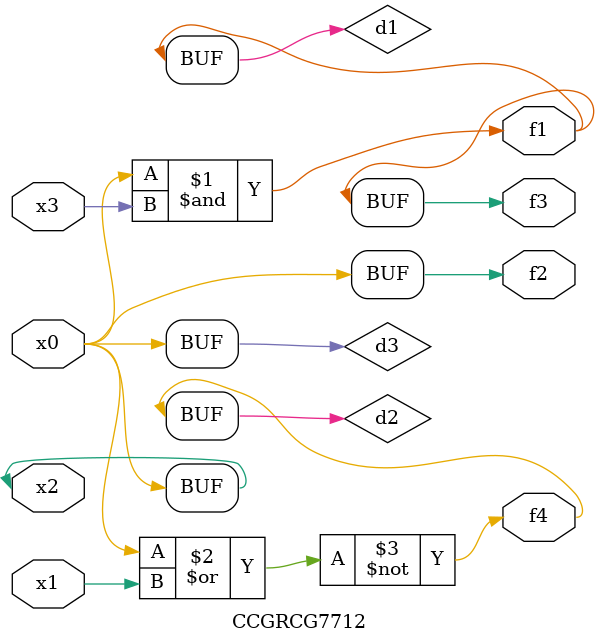
<source format=v>
module CCGRCG7712(
	input x0, x1, x2, x3,
	output f1, f2, f3, f4
);

	wire d1, d2, d3;

	and (d1, x2, x3);
	nor (d2, x0, x1);
	buf (d3, x0, x2);
	assign f1 = d1;
	assign f2 = d3;
	assign f3 = d1;
	assign f4 = d2;
endmodule

</source>
